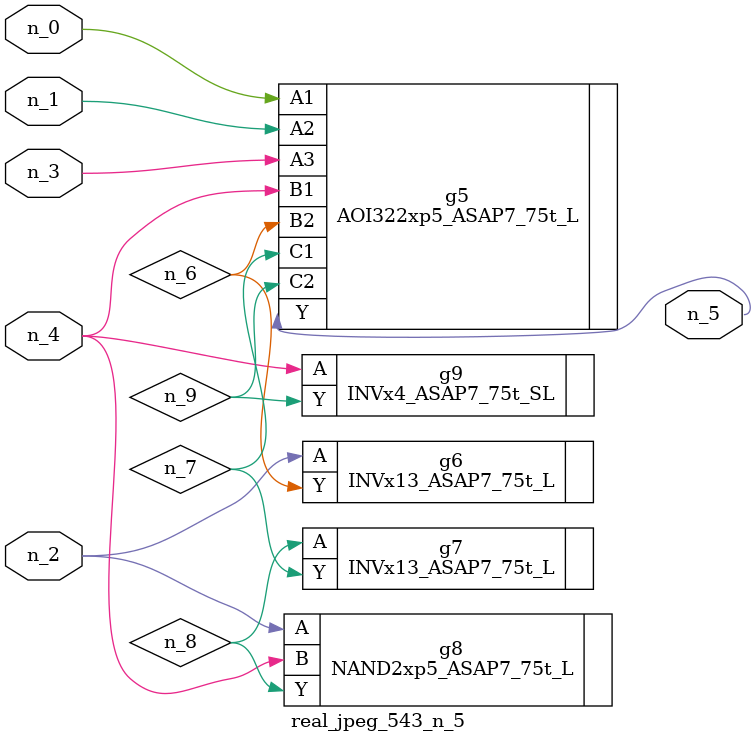
<source format=v>
module real_jpeg_543_n_5 (n_4, n_0, n_1, n_2, n_3, n_5);

input n_4;
input n_0;
input n_1;
input n_2;
input n_3;

output n_5;

wire n_8;
wire n_6;
wire n_7;
wire n_9;

AOI322xp5_ASAP7_75t_L g5 ( 
.A1(n_0),
.A2(n_1),
.A3(n_3),
.B1(n_4),
.B2(n_6),
.C1(n_7),
.C2(n_9),
.Y(n_5)
);

INVx13_ASAP7_75t_L g6 ( 
.A(n_2),
.Y(n_6)
);

NAND2xp5_ASAP7_75t_L g8 ( 
.A(n_2),
.B(n_4),
.Y(n_8)
);

INVx4_ASAP7_75t_SL g9 ( 
.A(n_4),
.Y(n_9)
);

INVx13_ASAP7_75t_L g7 ( 
.A(n_8),
.Y(n_7)
);


endmodule
</source>
